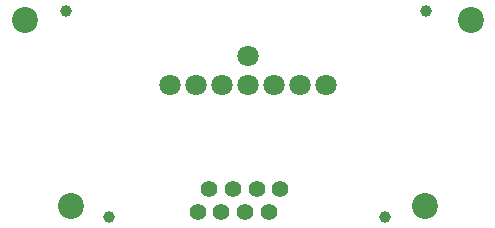
<source format=gbr>
G04 #@! TF.GenerationSoftware,KiCad,Pcbnew,(5.99.0-9812-gfee3c41c40)*
G04 #@! TF.CreationDate,2021-03-23T13:38:30-07:00*
G04 #@! TF.ProjectId,homebreakout,686f6d65-6272-4656-916b-6f75742e6b69,rev?*
G04 #@! TF.SameCoordinates,Original*
G04 #@! TF.FileFunction,Soldermask,Top*
G04 #@! TF.FilePolarity,Negative*
%FSLAX46Y46*%
G04 Gerber Fmt 4.6, Leading zero omitted, Abs format (unit mm)*
G04 Created by KiCad (PCBNEW (5.99.0-9812-gfee3c41c40)) date 2021-03-23 13:38:30*
%MOMM*%
%LPD*%
G01*
G04 APERTURE LIST*
%ADD10C,1.000000*%
%ADD11C,2.200000*%
%ADD12C,1.397000*%
%ADD13C,1.800000*%
G04 APERTURE END LIST*
D10*
X169164000Y-50292000D03*
X138684000Y-50292000D03*
X142367000Y-67691000D03*
X165735000Y-67691000D03*
D11*
X135225000Y-51018781D03*
X169100000Y-66800000D03*
X139100000Y-66800000D03*
D12*
X149860000Y-67310000D03*
X150860001Y-65309999D03*
X151860001Y-67310000D03*
X152860002Y-65309999D03*
X153860000Y-67310000D03*
X154860000Y-65309999D03*
X155860001Y-67310000D03*
X156860001Y-65309999D03*
D13*
X160700000Y-56550000D03*
X156300000Y-56550000D03*
X158500000Y-56550000D03*
X154100000Y-56550000D03*
X151900000Y-56550000D03*
X149700000Y-56550000D03*
X147500000Y-56550000D03*
X154100000Y-54050000D03*
D11*
X172975000Y-51018781D03*
M02*

</source>
